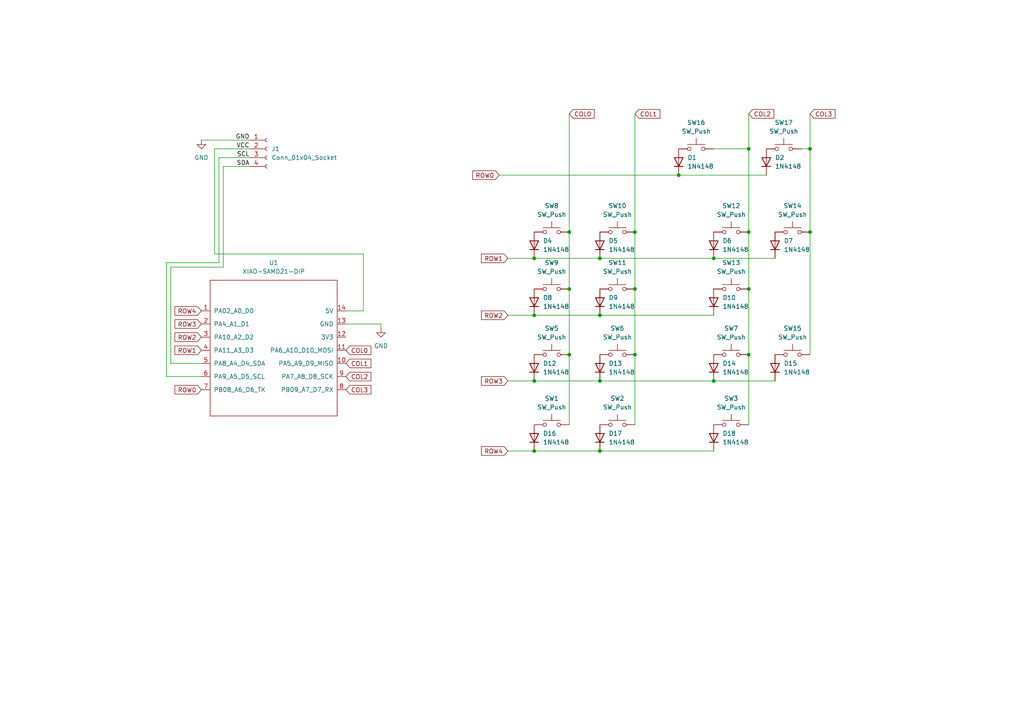
<source format=kicad_sch>
(kicad_sch (version 20231120) (generator "eeschema") (generator_version "8.0")
  (paper "A4")
  (lib_symbols
    (symbol "Connector:Conn_01x04_Socket" (pin_names (offset 1.016) hide)
      (property "Reference" "J" (at 0 5.08 0))
      (property "Value" "Conn_01x04_Socket" (at 0 -7.62 0))
      (symbol "Conn_01x04_Socket_1_1"
        (arc (start 0 -4.572) (mid -0.5058 -5.08) (end 0 -5.588) (stroke (width 0.1524)))
        (arc (start 0 -2.032) (mid -0.5058 -2.54) (end 0 -3.048) (stroke (width 0.1524)))
        (polyline (pts (xy -1.27 -5.08) (xy -0.508 -5.08)) (stroke (width 0.1524)))
        (polyline (pts (xy -1.27 -2.54) (xy -0.508 -2.54)) (stroke (width 0.1524)))
        (polyline (pts (xy -1.27 0) (xy -0.508 0)) (stroke (width 0.1524)))
        (polyline (pts (xy -1.27 2.54) (xy -0.508 2.54)) (stroke (width 0.1524)))
        (arc (start 0 0.508) (mid -0.5058 0) (end 0 -0.508) (stroke (width 0.1524)))
        (arc (start 0 3.048) (mid -0.5058 2.54) (end 0 2.032) (stroke (width 0.1524)))
        (pin passive line (at -5.08 2.54 0) (length 3.81) (name "Pin_1") (number "1"))
        (pin passive line (at -5.08 0 0) (length 3.81) (name "Pin_2") (number "2"))
        (pin passive line (at -5.08 -2.54 0) (length 3.81) (name "Pin_3") (number "3"))
        (pin passive line (at -5.08 -5.08 0) (length 3.81) (name "Pin_4") (number "4"))
      )
    )
    (symbol "Diode:1N4148" (pin_numbers hide) (pin_names hide)
      (property "Reference" "D" (at 0 2.54 0))
      (property "Value" "1N4148" (at 0 -2.54 0))
      (symbol "1N4148_0_1"
        (polyline (pts (xy -1.27 1.27) (xy -1.27 -1.27)) (stroke (width 0.254)))
        (polyline (pts (xy 1.27 0) (xy -1.27 0)))
        (polyline (pts (xy 1.27 1.27) (xy 1.27 -1.27) (xy -1.27 0) (xy 1.27 1.27)) (stroke (width 0.254)))
      )
      (symbol "1N4148_1_1"
        (pin passive line (at -3.81 0 0) (length 2.54) (name "K") (number "1"))
        (pin passive line (at 3.81 0 180) (length 2.54) (name "A") (number "2"))
      )
    )
    (symbol "Seeed_Studio_XIAO_Series:XIAO-SAMD21-DIP" (pin_names (offset 1.016))
      (property "Reference" "U" (at -18.542 22.86 0))
      (property "Value" "XIAO-SAMD21-DIP" (at -10.16 21.082 0))
      (symbol "XIAO-SAMD21-DIP_0_1"
        (rectangle (start -19.05 20.32) (end 17.78 -19.05))
      )
      (symbol "XIAO-SAMD21-DIP_1_1"
        (pin passive line (at -21.59 11.43 0) (length 2.54) (name "PA02_A0_D0") (number "1"))
        (pin passive line (at 20.32 -3.81 180) (length 2.54) (name "PA5_A9_D9_MISO") (number "10"))
        (pin passive line (at 20.32 0 180) (length 2.54) (name "PA6_A10_D10_MOSI") (number "11"))
        (pin passive line (at 20.32 3.81 180) (length 2.54) (name "3V3") (number "12"))
        (pin passive line (at 20.32 7.62 180) (length 2.54) (name "GND") (number "13"))
        (pin passive line (at 20.32 11.43 180) (length 2.54) (name "5V") (number "14"))
        (pin passive line (at -21.59 7.62 0) (length 2.54) (name "PA4_A1_D1") (number "2"))
        (pin passive line (at -21.59 3.81 0) (length 2.54) (name "PA10_A2_D2") (number "3"))
        (pin passive line (at -21.59 0 0) (length 2.54) (name "PA11_A3_D3") (number "4"))
        (pin passive line (at -21.59 -3.81 0) (length 2.54) (name "PA8_A4_D4_SDA") (number "5"))
        (pin passive line (at -21.59 -7.62 0) (length 2.54) (name "PA9_A5_D5_SCL") (number "6"))
        (pin passive line (at -21.59 -11.43 0) (length 2.54) (name "PB08_A6_D6_TX") (number "7"))
        (pin passive line (at 20.32 -11.43 180) (length 2.54) (name "PB09_A7_D7_RX") (number "8"))
        (pin passive line (at 20.32 -7.62 180) (length 2.54) (name "PA7_A8_D8_SCK") (number "9"))
      )
    )
    (symbol "Switch:SW_Push" (pin_numbers hide) (pin_names (offset 1.016) hide)
      (property "Reference" "SW" (at 1.27 2.54 0))
      (property "Value" "SW_Push" (at 0 -1.524 0))
      (symbol "SW_Push_0_1"
        (circle (center -2.032 0) (radius 0.508))
        (polyline (pts (xy 0 1.27) (xy 0 3.048)))
        (polyline (pts (xy 2.54 1.27) (xy -2.54 1.27)))
        (circle (center 2.032 0) (radius 0.508))
        (pin passive line (at -5.08 0 0) (length 2.54) (name "1") (number "1"))
        (pin passive line (at 5.08 0 180) (length 2.54) (name "2") (number "2"))
      )
    )
    (symbol "power:GND" (power) (pin_numbers hide) (pin_names (offset 0) hide)
      (property "Value" "GND" (at 0 -3.81 0))
      (symbol "GND_0_1"
        (polyline (pts (xy 0 0) (xy 0 -1.27) (xy 1.27 -1.27) (xy 0 -2.54) (xy -1.27 -1.27) (xy 0 -1.27)))
      )
      (symbol "GND_1_1"
        (pin power_in line (at 0 0 270) (length 0) (name "~") (number "1"))
      )
    )
  )
  (junction (at 207.01 74.93))
  (junction (at 184.15 102.87))
  (junction (at 173.99 110.49))
  (junction (at 217.17 43.18))
  (junction (at 217.17 102.87))
  (junction (at 154.94 130.81))
  (junction (at 234.95 67.31))
  (junction (at 184.15 67.31))
  (junction (at 154.94 110.49))
  (junction (at 165.1 102.87))
  (junction (at 207.01 110.49))
  (junction (at 217.17 67.31))
  (junction (at 165.1 67.31))
  (junction (at 173.99 74.93))
  (junction (at 173.99 91.44))
  (junction (at 154.94 74.93))
  (junction (at 154.94 91.44))
  (junction (at 173.99 130.81))
  (junction (at 165.1 83.82))
  (junction (at 217.17 83.82))
  (junction (at 196.85 50.8))
  (junction (at 184.15 83.82))
  (junction (at 234.95 43.18))
  (wire (pts (xy 72.39 45.72) (xy 63.5 45.72)))
  (wire (pts (xy 234.95 43.18) (xy 234.95 67.31)))
  (wire (pts (xy 154.94 74.93) (xy 173.99 74.93)))
  (wire (pts (xy 234.95 67.31) (xy 234.95 102.87)))
  (wire (pts (xy 184.15 33.02) (xy 184.15 67.31)))
  (wire (pts (xy 154.94 110.49) (xy 173.99 110.49)))
  (wire (pts (xy 48.26 76.2) (xy 48.26 109.22)))
  (wire (pts (xy 173.99 110.49) (xy 207.01 110.49)))
  (wire (pts (xy 58.42 40.64) (xy 72.39 40.64)))
  (wire (pts (xy 184.15 102.87) (xy 184.15 123.19)))
  (wire (pts (xy 62.23 73.66) (xy 105.41 73.66)))
  (wire (pts (xy 154.94 130.81) (xy 173.99 130.81)))
  (wire (pts (xy 207.01 110.49) (xy 224.79 110.49)))
  (wire (pts (xy 165.1 33.02) (xy 165.1 67.31)))
  (wire (pts (xy 147.32 110.49) (xy 154.94 110.49)))
  (wire (pts (xy 207.01 43.18) (xy 217.17 43.18)))
  (wire (pts (xy 234.95 33.02) (xy 234.95 43.18)))
  (wire (pts (xy 63.5 76.2) (xy 48.26 76.2)))
  (wire (pts (xy 217.17 67.31) (xy 217.17 83.82)))
  (wire (pts (xy 105.41 90.17) (xy 100.33 90.17)))
  (wire (pts (xy 165.1 102.87) (xy 165.1 123.19)))
  (wire (pts (xy 147.32 91.44) (xy 154.94 91.44)))
  (wire (pts (xy 64.77 77.47) (xy 49.53 77.47)))
  (wire (pts (xy 63.5 45.72) (xy 63.5 76.2)))
  (wire (pts (xy 62.23 43.18) (xy 62.23 73.66)))
  (wire (pts (xy 72.39 48.26) (xy 64.77 48.26)))
  (wire (pts (xy 217.17 43.18) (xy 217.17 67.31)))
  (wire (pts (xy 105.41 73.66) (xy 105.41 90.17)))
  (wire (pts (xy 184.15 83.82) (xy 184.15 102.87)))
  (wire (pts (xy 147.32 130.81) (xy 154.94 130.81)))
  (wire (pts (xy 147.32 74.93) (xy 154.94 74.93)))
  (wire (pts (xy 217.17 102.87) (xy 217.17 123.19)))
  (wire (pts (xy 207.01 74.93) (xy 224.79 74.93)))
  (wire (pts (xy 100.33 93.98) (xy 110.49 93.98)))
  (wire (pts (xy 110.49 95.25) (xy 110.49 93.98)))
  (wire (pts (xy 48.26 109.22) (xy 58.42 109.22)))
  (wire (pts (xy 217.17 83.82) (xy 217.17 102.87)))
  (wire (pts (xy 64.77 48.26) (xy 64.77 77.47)))
  (wire (pts (xy 173.99 91.44) (xy 207.01 91.44)))
  (wire (pts (xy 217.17 33.02) (xy 217.17 43.18)))
  (wire (pts (xy 173.99 74.93) (xy 207.01 74.93)))
  (wire (pts (xy 144.78 50.8) (xy 196.85 50.8)))
  (wire (pts (xy 196.85 50.8) (xy 222.25 50.8)))
  (wire (pts (xy 49.53 77.47) (xy 49.53 105.41)))
  (wire (pts (xy 165.1 67.31) (xy 165.1 83.82)))
  (wire (pts (xy 184.15 67.31) (xy 184.15 83.82)))
  (wire (pts (xy 154.94 91.44) (xy 173.99 91.44)))
  (wire (pts (xy 49.53 105.41) (xy 58.42 105.41)))
  (wire (pts (xy 173.99 130.81) (xy 207.01 130.81)))
  (wire (pts (xy 72.39 43.18) (xy 62.23 43.18)))
  (wire (pts (xy 165.1 83.82) (xy 165.1 102.87)))
  (wire (pts (xy 232.41 43.18) (xy 234.95 43.18)))
  (label "SCL" (at 72.39 45.72 180))
  (label "VCC" (at 72.39 43.18 180))
  (label "GND" (at 72.39 40.64 180))
  (label "SDA" (at 72.39 48.26 180))
  (global_label "COL1" (shape input) (at 100.33 105.41 0) (property "Intersheetrefs" "${INTERSHEET_REFS}" (effects (hide yes))))
  (global_label "COL0" (shape input) (at 165.1 33.02 0) (property "Intersheetrefs" "${INTERSHEET_REFS}" (effects (hide yes))))
  (global_label "COL0" (shape input) (at 100.33 101.6 0) (property "Intersheetrefs" "${INTERSHEET_REFS}" (effects (hide yes))))
  (global_label "ROW4" (shape input) (at 147.32 130.81 180) (property "Intersheetrefs" "${INTERSHEET_REFS}" (effects (hide yes))))
  (global_label "COL3" (shape input) (at 100.33 113.03 0) (property "Intersheetrefs" "${INTERSHEET_REFS}" (effects (hide yes))))
  (global_label "COL1" (shape input) (at 184.15 33.02 0) (property "Intersheetrefs" "${INTERSHEET_REFS}" (effects (hide yes))))
  (global_label "ROW0" (shape input) (at 58.42 113.03 180) (property "Intersheetrefs" "${INTERSHEET_REFS}" (effects (hide yes))))
  (global_label "ROW2" (shape input) (at 58.42 97.79 180) (property "Intersheetrefs" "${INTERSHEET_REFS}" (effects (hide yes))))
  (global_label "ROW0" (shape input) (at 144.78 50.8 180) (property "Intersheetrefs" "${INTERSHEET_REFS}" (effects (hide yes))))
  (global_label "COL2" (shape input) (at 100.33 109.22 0) (property "Intersheetrefs" "${INTERSHEET_REFS}" (effects (hide yes))))
  (global_label "ROW3" (shape input) (at 147.32 110.49 180) (property "Intersheetrefs" "${INTERSHEET_REFS}" (effects (hide yes))))
  (global_label "ROW3" (shape input) (at 58.42 93.98 180) (property "Intersheetrefs" "${INTERSHEET_REFS}" (effects (hide yes))))
  (global_label "ROW4" (shape input) (at 58.42 90.17 180) (property "Intersheetrefs" "${INTERSHEET_REFS}" (effects (hide yes))))
  (global_label "ROW2" (shape input) (at 147.32 91.44 180) (property "Intersheetrefs" "${INTERSHEET_REFS}" (effects (hide yes))))
  (global_label "COL2" (shape input) (at 217.17 33.02 0) (property "Intersheetrefs" "${INTERSHEET_REFS}" (effects (hide yes))))
  (global_label "ROW1" (shape input) (at 58.42 101.6 180) (property "Intersheetrefs" "${INTERSHEET_REFS}" (effects (hide yes))))
  (global_label "ROW1" (shape input) (at 147.32 74.93 180) (property "Intersheetrefs" "${INTERSHEET_REFS}" (effects (hide yes))))
  (global_label "COL3" (shape input) (at 234.95 33.02 0) (property "Intersheetrefs" "${INTERSHEET_REFS}" (effects (hide yes))))
  (symbol (lib_id "Diode:1N4148") (at 154.94 87.63 90) (unit 1)
    (property "Reference" "D8" (at 157.48 86.3599 90) (effects (justify right)))
    (property "Value" "1N4148" (at 157.48 88.8999 90) (effects (justify right)))
    (property "Footprint" "Diode_THT:D_DO-35_SOD27_P7.62mm_Horizontal" (effects (hide yes)))
    (property "Datasheet" "https://assets.nexperia.com/documents/data-sheet/1N4148_1N4448.pdf" (effects (hide yes)))
    (property "Description" "100V 0.15A standard switching diode, DO-35" (effects (hide yes)))
    (property "Sim.Device" "D" (effects (hide yes)))
    (property "Sim.Pins" "1=K 2=A" (effects (hide yes)))
  )
  (symbol (lib_id "Switch:SW_Push") (at 160.02 102.87 0) (unit 1)
    (property "Reference" "SW5" (at 160.02 95.25 0))
    (property "Value" "SW_Push" (at 160.02 97.79 0))
    (property "Footprint" "Button_Switch_Keyboard:SW_Cherry_MX_1.00u_PCB" (effects (hide yes)))
    (property "Description" "Push button switch, generic, two pins" (effects (hide yes)))
  )
  (symbol (lib_id "Diode:1N4148") (at 207.01 87.63 90) (unit 1)
    (property "Reference" "D10" (at 209.55 86.3599 90) (effects (justify right)))
    (property "Value" "1N4148" (at 209.55 88.8999 90) (effects (justify right)))
    (property "Footprint" "Diode_THT:D_DO-35_SOD27_P7.62mm_Horizontal" (effects (hide yes)))
    (property "Datasheet" "https://assets.nexperia.com/documents/data-sheet/1N4148_1N4448.pdf" (effects (hide yes)))
    (property "Description" "100V 0.15A standard switching diode, DO-35" (effects (hide yes)))
    (property "Sim.Device" "D" (effects (hide yes)))
    (property "Sim.Pins" "1=K 2=A" (effects (hide yes)))
  )
  (symbol (lib_id "Diode:1N4148") (at 173.99 127 90) (unit 1)
    (property "Reference" "D17" (at 176.53 125.7299 90) (effects (justify right)))
    (property "Value" "1N4148" (at 176.53 128.2699 90) (effects (justify right)))
    (property "Footprint" "Diode_THT:D_DO-35_SOD27_P7.62mm_Horizontal" (effects (hide yes)))
    (property "Datasheet" "https://assets.nexperia.com/documents/data-sheet/1N4148_1N4448.pdf" (effects (hide yes)))
    (property "Description" "100V 0.15A standard switching diode, DO-35" (effects (hide yes)))
    (property "Sim.Device" "D" (effects (hide yes)))
    (property "Sim.Pins" "1=K 2=A" (effects (hide yes)))
  )
  (symbol (lib_id "Diode:1N4148") (at 207.01 71.12 90) (unit 1)
    (property "Reference" "D6" (at 209.55 69.8499 90) (effects (justify right)))
    (property "Value" "1N4148" (at 209.55 72.3899 90) (effects (justify right)))
    (property "Footprint" "Diode_THT:D_DO-35_SOD27_P7.62mm_Horizontal" (effects (hide yes)))
    (property "Datasheet" "https://assets.nexperia.com/documents/data-sheet/1N4148_1N4448.pdf" (effects (hide yes)))
    (property "Description" "100V 0.15A standard switching diode, DO-35" (effects (hide yes)))
    (property "Sim.Device" "D" (effects (hide yes)))
    (property "Sim.Pins" "1=K 2=A" (effects (hide yes)))
  )
  (symbol (lib_id "Diode:1N4148") (at 173.99 87.63 90) (unit 1)
    (property "Reference" "D9" (at 176.53 86.3599 90) (effects (justify right)))
    (property "Value" "1N4148" (at 176.53 88.8999 90) (effects (justify right)))
    (property "Footprint" "Diode_THT:D_DO-35_SOD27_P7.62mm_Horizontal" (effects (hide yes)))
    (property "Datasheet" "https://assets.nexperia.com/documents/data-sheet/1N4148_1N4448.pdf" (effects (hide yes)))
    (property "Description" "100V 0.15A standard switching diode, DO-35" (effects (hide yes)))
    (property "Sim.Device" "D" (effects (hide yes)))
    (property "Sim.Pins" "1=K 2=A" (effects (hide yes)))
  )
  (symbol (lib_id "Switch:SW_Push") (at 201.93 43.18 0) (unit 1)
    (property "Reference" "SW16" (at 201.93 35.56 0))
    (property "Value" "SW_Push" (at 201.93 38.1 0))
    (property "Footprint" "Button_Switch_Keyboard:SW_Cherry_MX_1.00u_PCB" (effects (hide yes)))
    (property "Description" "Push button switch, generic, two pins" (effects (hide yes)))
  )
  (symbol (lib_id "Switch:SW_Push") (at 212.09 83.82 0) (unit 1)
    (property "Reference" "SW13" (at 212.09 76.2 0))
    (property "Value" "SW_Push" (at 212.09 78.74 0))
    (property "Footprint" "Button_Switch_Keyboard:SW_Cherry_MX_1.00u_PCB" (effects (hide yes)))
    (property "Description" "Push button switch, generic, two pins" (effects (hide yes)))
  )
  (symbol (lib_id "Diode:1N4148") (at 154.94 127 90) (unit 1)
    (property "Reference" "D16" (at 157.48 125.7299 90) (effects (justify right)))
    (property "Value" "1N4148" (at 157.48 128.2699 90) (effects (justify right)))
    (property "Footprint" "Diode_THT:D_DO-35_SOD27_P7.62mm_Horizontal" (effects (hide yes)))
    (property "Datasheet" "https://assets.nexperia.com/documents/data-sheet/1N4148_1N4448.pdf" (effects (hide yes)))
    (property "Description" "100V 0.15A standard switching diode, DO-35" (effects (hide yes)))
    (property "Sim.Device" "D" (effects (hide yes)))
    (property "Sim.Pins" "1=K 2=A" (effects (hide yes)))
  )
  (symbol (lib_id "Switch:SW_Push") (at 179.07 102.87 0) (unit 1)
    (property "Reference" "SW6" (at 179.07 95.25 0))
    (property "Value" "SW_Push" (at 179.07 97.79 0))
    (property "Footprint" "Button_Switch_Keyboard:SW_Cherry_MX_1.00u_PCB" (effects (hide yes)))
    (property "Description" "Push button switch, generic, two pins" (effects (hide yes)))
  )
  (symbol (lib_id "Connector:Conn_01x04_Socket") (at 77.47 43.18 0) (unit 1)
    (property "Reference" "J1" (at 78.74 43.1799 0) (effects (justify left)))
    (property "Value" "Conn_01x04_Socket" (at 78.74 45.7199 0) (effects (justify left)))
    (property "Footprint" "oled:SSD1306-0.91-OLED-4pin-128x32" (effects (hide yes)))
    (property "Description" "Generic connector, single row, 01x04, script generated" (effects (hide yes)))
  )
  (symbol (lib_id "Diode:1N4148") (at 207.01 127 90) (unit 1)
    (property "Reference" "D18" (at 209.55 125.7299 90) (effects (justify right)))
    (property "Value" "1N4148" (at 209.55 128.2699 90) (effects (justify right)))
    (property "Footprint" "Diode_THT:D_DO-35_SOD27_P7.62mm_Horizontal" (effects (hide yes)))
    (property "Datasheet" "https://assets.nexperia.com/documents/data-sheet/1N4148_1N4448.pdf" (effects (hide yes)))
    (property "Description" "100V 0.15A standard switching diode, DO-35" (effects (hide yes)))
    (property "Sim.Device" "D" (effects (hide yes)))
    (property "Sim.Pins" "1=K 2=A" (effects (hide yes)))
  )
  (symbol (lib_id "Diode:1N4148") (at 222.25 46.99 90) (unit 1)
    (property "Reference" "D2" (at 224.79 45.7199 90) (effects (justify right)))
    (property "Value" "1N4148" (at 224.79 48.2599 90) (effects (justify right)))
    (property "Footprint" "Diode_THT:D_DO-35_SOD27_P7.62mm_Horizontal" (effects (hide yes)))
    (property "Datasheet" "https://assets.nexperia.com/documents/data-sheet/1N4148_1N4448.pdf" (effects (hide yes)))
    (property "Description" "100V 0.15A standard switching diode, DO-35" (effects (hide yes)))
    (property "Sim.Device" "D" (effects (hide yes)))
    (property "Sim.Pins" "1=K 2=A" (effects (hide yes)))
  )
  (symbol (lib_id "Switch:SW_Push") (at 227.33 43.18 0) (unit 1)
    (property "Reference" "SW17" (at 227.33 35.56 0))
    (property "Value" "SW_Push" (at 227.33 38.1 0))
    (property "Footprint" "Button_Switch_Keyboard:SW_Cherry_MX_1.00u_PCB" (effects (hide yes)))
    (property "Description" "Push button switch, generic, two pins" (effects (hide yes)))
  )
  (symbol (lib_id "Diode:1N4148") (at 224.79 106.68 90) (unit 1)
    (property "Reference" "D15" (at 227.33 105.4099 90) (effects (justify right)))
    (property "Value" "1N4148" (at 227.33 107.9499 90) (effects (justify right)))
    (property "Footprint" "Diode_THT:D_DO-35_SOD27_P7.62mm_Horizontal" (effects (hide yes)))
    (property "Datasheet" "https://assets.nexperia.com/documents/data-sheet/1N4148_1N4448.pdf" (effects (hide yes)))
    (property "Description" "100V 0.15A standard switching diode, DO-35" (effects (hide yes)))
    (property "Sim.Device" "D" (effects (hide yes)))
    (property "Sim.Pins" "1=K 2=A" (effects (hide yes)))
  )
  (symbol (lib_id "Switch:SW_Push") (at 160.02 83.82 0) (unit 1)
    (property "Reference" "SW9" (at 160.02 76.2 0))
    (property "Value" "SW_Push" (at 160.02 78.74 0))
    (property "Footprint" "Button_Switch_Keyboard:SW_Cherry_MX_1.00u_PCB" (effects (hide yes)))
    (property "Description" "Push button switch, generic, two pins" (effects (hide yes)))
  )
  (symbol (lib_id "Diode:1N4148") (at 173.99 106.68 90) (unit 1)
    (property "Reference" "D13" (at 176.53 105.4099 90) (effects (justify right)))
    (property "Value" "1N4148" (at 176.53 107.9499 90) (effects (justify right)))
    (property "Footprint" "Diode_THT:D_DO-35_SOD27_P7.62mm_Horizontal" (effects (hide yes)))
    (property "Datasheet" "https://assets.nexperia.com/documents/data-sheet/1N4148_1N4448.pdf" (effects (hide yes)))
    (property "Description" "100V 0.15A standard switching diode, DO-35" (effects (hide yes)))
    (property "Sim.Device" "D" (effects (hide yes)))
    (property "Sim.Pins" "1=K 2=A" (effects (hide yes)))
  )
  (symbol (lib_id "Switch:SW_Push") (at 179.07 123.19 0) (unit 1)
    (property "Reference" "SW2" (at 179.07 115.57 0))
    (property "Value" "SW_Push" (at 179.07 118.11 0))
    (property "Footprint" "Button_Switch_Keyboard:SW_Cherry_MX_1.00u_PCB" (effects (hide yes)))
    (property "Description" "Push button switch, generic, two pins" (effects (hide yes)))
  )
  (symbol (lib_id "Switch:SW_Push") (at 229.87 102.87 0) (unit 1)
    (property "Reference" "SW15" (at 229.87 95.25 0))
    (property "Value" "SW_Push" (at 229.87 97.79 0))
    (property "Footprint" "Button_Switch_Keyboard:SW_Cherry_MX_2.00u_Vertical_PCB" (effects (hide yes)))
    (property "Description" "Push button switch, generic, two pins" (effects (hide yes)))
  )
  (symbol (lib_id "Switch:SW_Push") (at 179.07 67.31 0) (unit 1)
    (property "Reference" "SW10" (at 179.07 59.69 0))
    (property "Value" "SW_Push" (at 179.07 62.23 0))
    (property "Footprint" "Button_Switch_Keyboard:SW_Cherry_MX_1.00u_PCB" (effects (hide yes)))
    (property "Description" "Push button switch, generic, two pins" (effects (hide yes)))
  )
  (symbol (lib_id "Diode:1N4148") (at 196.85 46.99 90) (unit 1)
    (property "Reference" "D1" (at 199.39 45.7199 90) (effects (justify right)))
    (property "Value" "1N4148" (at 199.39 48.2599 90) (effects (justify right)))
    (property "Footprint" "Diode_THT:D_DO-35_SOD27_P7.62mm_Horizontal" (effects (hide yes)))
    (property "Datasheet" "https://assets.nexperia.com/documents/data-sheet/1N4148_1N4448.pdf" (effects (hide yes)))
    (property "Description" "100V 0.15A standard switching diode, DO-35" (effects (hide yes)))
    (property "Sim.Device" "D" (effects (hide yes)))
    (property "Sim.Pins" "1=K 2=A" (effects (hide yes)))
  )
  (symbol (lib_id "Switch:SW_Push") (at 212.09 67.31 0) (unit 1)
    (property "Reference" "SW12" (at 212.09 59.69 0))
    (property "Value" "SW_Push" (at 212.09 62.23 0))
    (property "Footprint" "Button_Switch_Keyboard:SW_Cherry_MX_1.00u_PCB" (effects (hide yes)))
    (property "Description" "Push button switch, generic, two pins" (effects (hide yes)))
  )
  (symbol (lib_id "Diode:1N4148") (at 173.99 71.12 90) (unit 1)
    (property "Reference" "D5" (at 176.53 69.8499 90) (effects (justify right)))
    (property "Value" "1N4148" (at 176.53 72.3899 90) (effects (justify right)))
    (property "Footprint" "Diode_THT:D_DO-35_SOD27_P7.62mm_Horizontal" (effects (hide yes)))
    (property "Datasheet" "https://assets.nexperia.com/documents/data-sheet/1N4148_1N4448.pdf" (effects (hide yes)))
    (property "Description" "100V 0.15A standard switching diode, DO-35" (effects (hide yes)))
    (property "Sim.Device" "D" (effects (hide yes)))
    (property "Sim.Pins" "1=K 2=A" (effects (hide yes)))
  )
  (symbol (lib_id "Switch:SW_Push") (at 179.07 83.82 0) (unit 1)
    (property "Reference" "SW11" (at 179.07 76.2 0))
    (property "Value" "SW_Push" (at 179.07 78.74 0))
    (property "Footprint" "Button_Switch_Keyboard:SW_Cherry_MX_1.00u_PCB" (effects (hide yes)))
    (property "Description" "Push button switch, generic, two pins" (effects (hide yes)))
  )
  (symbol (lib_id "Switch:SW_Push") (at 160.02 123.19 0) (unit 1)
    (property "Reference" "SW1" (at 160.02 115.57 0))
    (property "Value" "SW_Push" (at 160.02 118.11 0))
    (property "Footprint" "Button_Switch_Keyboard:SW_Cherry_MX_1.00u_PCB" (effects (hide yes)))
    (property "Description" "Push button switch, generic, two pins" (effects (hide yes)))
  )
  (symbol (lib_id "Diode:1N4148") (at 224.79 71.12 90) (unit 1)
    (property "Reference" "D7" (at 227.33 69.8499 90) (effects (justify right)))
    (property "Value" "1N4148" (at 227.33 72.3899 90) (effects (justify right)))
    (property "Footprint" "Diode_THT:D_DO-35_SOD27_P7.62mm_Horizontal" (effects (hide yes)))
    (property "Datasheet" "https://assets.nexperia.com/documents/data-sheet/1N4148_1N4448.pdf" (effects (hide yes)))
    (property "Description" "100V 0.15A standard switching diode, DO-35" (effects (hide yes)))
    (property "Sim.Device" "D" (effects (hide yes)))
    (property "Sim.Pins" "1=K 2=A" (effects (hide yes)))
  )
  (symbol (lib_id "power:GND") (at 58.42 40.64 0) (unit 1)
    (property "Reference" "#PWR02" (effects (hide yes)))
    (property "Value" "GND" (at 58.42 45.72 0))
    (property "Description" "Power symbol creates a global label with name \"GND\" , ground" (effects (hide yes)))
  )
  (symbol (lib_id "Seeed_Studio_XIAO_Series:XIAO-SAMD21-DIP") (at 80.01 101.6 0) (unit 1)
    (property "Reference" "U1" (at 79.375 76.2 0))
    (property "Value" "XIAO-SAMD21-DIP" (at 79.375 78.74 0))
    (property "Footprint" "Seeed Studio XIAO Series Library:XIAO-SAMD21-DIP" (effects (hide yes)))
  )
  (symbol (lib_id "power:GND") (at 110.49 95.25 0) (unit 1)
    (property "Reference" "#PWR01" (effects (hide yes)))
    (property "Value" "GND" (at 110.49 100.33 0))
    (property "Description" "Power symbol creates a global label with name \"GND\" , ground" (effects (hide yes)))
  )
  (symbol (lib_id "Switch:SW_Push") (at 229.87 67.31 0) (unit 1)
    (property "Reference" "SW14" (at 229.87 59.69 0))
    (property "Value" "SW_Push" (at 229.87 62.23 0))
    (property "Footprint" "Button_Switch_Keyboard:SW_Cherry_MX_2.00u_Vertical_PCB" (effects (hide yes)))
    (property "Description" "Push button switch, generic, two pins" (effects (hide yes)))
  )
  (symbol (lib_id "Switch:SW_Push") (at 212.09 123.19 0) (unit 1)
    (property "Reference" "SW3" (at 212.09 115.57 0))
    (property "Value" "SW_Push" (at 212.09 118.11 0))
    (property "Footprint" "Button_Switch_Keyboard:SW_Cherry_MX_1.00u_PCB" (effects (hide yes)))
    (property "Description" "Push button switch, generic, two pins" (effects (hide yes)))
  )
  (symbol (lib_id "Diode:1N4148") (at 207.01 106.68 90) (unit 1)
    (property "Reference" "D14" (at 209.55 105.4099 90) (effects (justify right)))
    (property "Value" "1N4148" (at 209.55 107.9499 90) (effects (justify right)))
    (property "Footprint" "Diode_THT:D_DO-35_SOD27_P7.62mm_Horizontal" (effects (hide yes)))
    (property "Datasheet" "https://assets.nexperia.com/documents/data-sheet/1N4148_1N4448.pdf" (effects (hide yes)))
    (property "Description" "100V 0.15A standard switching diode, DO-35" (effects (hide yes)))
    (property "Sim.Device" "D" (effects (hide yes)))
    (property "Sim.Pins" "1=K 2=A" (effects (hide yes)))
  )
  (symbol (lib_id "Switch:SW_Push") (at 160.02 67.31 0) (unit 1)
    (property "Reference" "SW8" (at 160.02 59.69 0))
    (property "Value" "SW_Push" (at 160.02 62.23 0))
    (property "Footprint" "Button_Switch_Keyboard:SW_Cherry_MX_1.00u_PCB" (effects (hide yes)))
    (property "Description" "Push button switch, generic, two pins" (effects (hide yes)))
  )
  (symbol (lib_id "Switch:SW_Push") (at 212.09 102.87 0) (unit 1)
    (property "Reference" "SW7" (at 212.09 95.25 0))
    (property "Value" "SW_Push" (at 212.09 97.79 0))
    (property "Footprint" "Button_Switch_Keyboard:SW_Cherry_MX_1.00u_PCB" (effects (hide yes)))
    (property "Description" "Push button switch, generic, two pins" (effects (hide yes)))
  )
  (symbol (lib_id "Diode:1N4148") (at 154.94 71.12 90) (unit 1)
    (property "Reference" "D4" (at 157.48 69.8499 90) (effects (justify right)))
    (property "Value" "1N4148" (at 157.48 72.3899 90) (effects (justify right)))
    (property "Footprint" "Diode_THT:D_DO-35_SOD27_P7.62mm_Horizontal" (effects (hide yes)))
    (property "Datasheet" "https://assets.nexperia.com/documents/data-sheet/1N4148_1N4448.pdf" (effects (hide yes)))
    (property "Description" "100V 0.15A standard switching diode, DO-35" (effects (hide yes)))
    (property "Sim.Device" "D" (effects (hide yes)))
    (property "Sim.Pins" "1=K 2=A" (effects (hide yes)))
  )
  (symbol (lib_id "Diode:1N4148") (at 154.94 106.68 90) (unit 1)
    (property "Reference" "D12" (at 157.48 105.4099 90) (effects (justify right)))
    (property "Value" "1N4148" (at 157.48 107.9499 90) (effects (justify right)))
    (property "Footprint" "Diode_THT:D_DO-35_SOD27_P7.62mm_Horizontal" (effects (hide yes)))
    (property "Datasheet" "https://assets.nexperia.com/documents/data-sheet/1N4148_1N4448.pdf" (effects (hide yes)))
    (property "Description" "100V 0.15A standard switching diode, DO-35" (effects (hide yes)))
    (property "Sim.Device" "D" (effects (hide yes)))
    (property "Sim.Pins" "1=K 2=A" (effects (hide yes)))
  )
)
</source>
